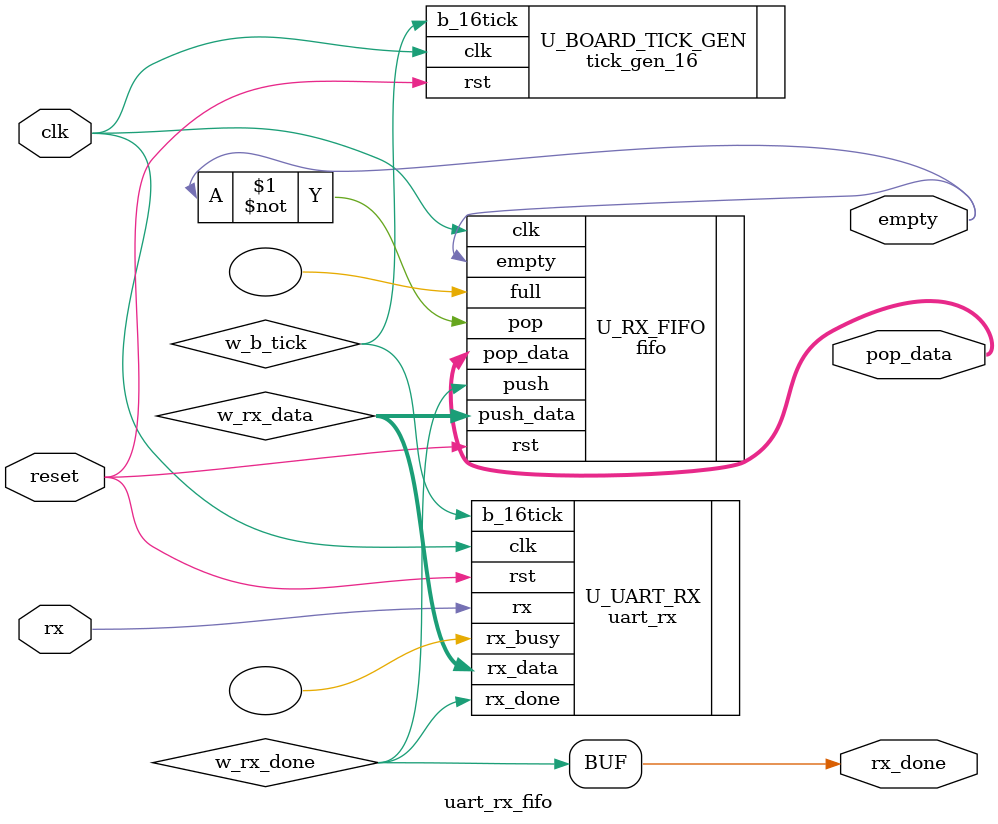
<source format=sv>
`timescale 1ns / 1ps


module uart_rx_fifo(
    input clk,
    input reset,
    input rx,
    output empty,
    output [7:0]pop_data,
    output rx_done
    );
    
    wire w_b_tick;
    wire [7:0] w_rx_data;
    wire w_rx_done;
    assign rx_done = w_rx_done;
    
    
    tick_gen_16 U_BOARD_TICK_GEN (
    .clk(clk),
    .rst(reset),
    .b_16tick(w_b_tick)
    );
    
     uart_rx U_UART_RX(
    .clk(clk),
    .rst(reset),
    .b_16tick(w_b_tick),
    .rx(rx),
    .rx_data(w_rx_data),
    .rx_done(w_rx_done),
    .rx_busy()
    );
    
    fifo U_RX_FIFO(
    .clk(clk),
    .rst(reset),
    .push_data(w_rx_data),
    .push(w_rx_done),
    .pop(~empty), 
    .pop_data(pop_data), // to kit and tx
    .full(),
    .empty(empty) // to kit and tx
    );
    

endmodule




</source>
